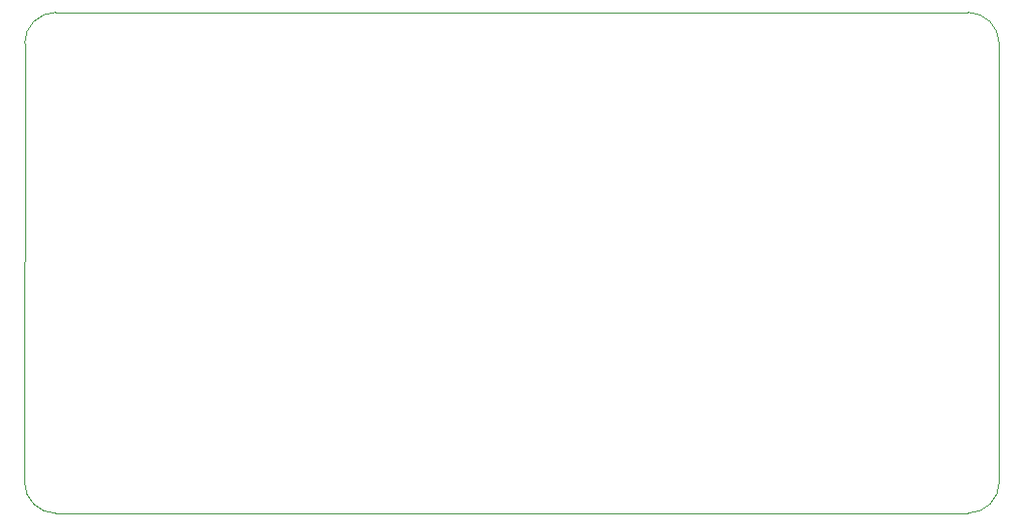
<source format=gbr>
%TF.GenerationSoftware,KiCad,Pcbnew,9.0.0*%
%TF.CreationDate,2025-03-23T02:30:14-05:00*%
%TF.ProjectId,IOBoardV1,494f426f-6172-4645-9631-2e6b69636164,rev?*%
%TF.SameCoordinates,Original*%
%TF.FileFunction,Profile,NP*%
%FSLAX46Y46*%
G04 Gerber Fmt 4.6, Leading zero omitted, Abs format (unit mm)*
G04 Created by KiCad (PCBNEW 9.0.0) date 2025-03-23 02:30:14*
%MOMM*%
%LPD*%
G01*
G04 APERTURE LIST*
%TA.AperFunction,Profile*%
%ADD10C,0.050000*%
%TD*%
G04 APERTURE END LIST*
D10*
X120399999Y-93800001D02*
G75*
G02*
X117699999Y-91100001I1J2700001D01*
G01*
X200000000Y-93800000D02*
X120399999Y-93800000D01*
X202700000Y-91100000D02*
G75*
G02*
X200000000Y-93800000I-2700000J0D01*
G01*
X117700000Y-91100001D02*
X117709188Y-52809200D01*
X199990812Y-50109188D02*
G75*
G02*
X202690812Y-52809188I-12J-2700012D01*
G01*
X117709188Y-52809188D02*
G75*
G02*
X120409188Y-50109188I2700012J-12D01*
G01*
X202690811Y-52809188D02*
X202700000Y-91100000D01*
X120409200Y-50109188D02*
X199990812Y-50109188D01*
M02*

</source>
